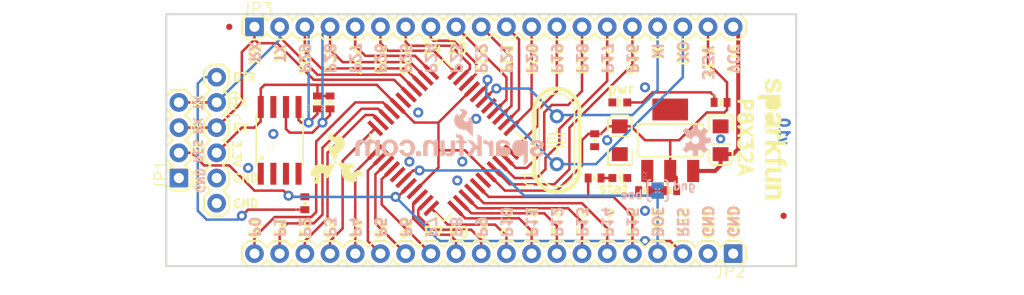
<source format=kicad_pcb>
(kicad_pcb (version 20211014) (generator pcbnew)
  (layers (0 "F.Cu" signal) (31 "B.Cu" signal) (34 "B.Paste" user) (35 "F.Paste" user) (36 "B.SilkS" user "B.Silkscreen") (37 "F.SilkS" user "F.Silkscreen") (38 "B.Mask" user) (39 "F.Mask" user) (44 "Edge.Cuts" user))
  (net 0 "")
  (net 1 "GND")
  (net 2 "P0")
  (net 3 "P1")
  (net 4 "P2")
  (net 5 "P3")
  (net 6 "P4")
  (net 7 "P5")
  (net 8 "P6")
  (net 9 "P7")
  (net 10 "P8")
  (net 11 "P9")
  (net 12 "P10")
  (net 13 "P12")
  (net 14 "P13")
  (net 15 "P14")
  (net 16 "P15")
  (net 17 "SDA")
  (net 18 "SCL")
  (net 19 "P27")
  (net 20 "P26")
  (net 21 "P25")
  (net 22 "P24")
  (net 23 "P23")
  (net 24 "P22")
  (net 25 "P21")
  (net 26 "P20")
  (net 27 "P19")
  (net 28 "P18")
  (net 29 "P17")
  (net 30 "P16")
  (net 31 "XI")
  (net 32 "XO")
  (net 33 "BOE")
  (net 34 "RES")
  (net 35 "P11")
  (net 36 "TX")
  (net 37 "RX")
  (net 38 "3.3V")
  (net 39 "VCC")
  (net 40 "N$1")
  (net 41 "N$2")
  (net 42 "N$5")
  (net 43 "N$3")
  (footprint "boardEagle:MICRO-FIDUCIAL" (layer "F.Cu") (at 123.1011 93.5736)
    (fp_text reference "JP4" hide)
    (fp_text value "FIDUCIALUFIDUCIAL" hide)
  )
  (footprint "boardEagle:STAND-OFF" (layer "F.Cu") (at 119.2911 94.8436)
    (fp_text reference "JP13" hide)
    (fp_text value "STAND-OFF" hide)
  )
  (footprint "boardEagle:0402-RES" (layer "F.Cu") (at 167.5511 110.0836)
    (fp_text reference "R4")
    (fp_text value "240")
  )
  (footprint "boardEagle:CREATIVE_COMMONS" (layer "F.Cu") (at 120.310043 120.2436)
    (fp_text reference "FRAME1" hide)
    (fp_text value "FRAME-LETTER" hide)
  )
  (footprint "boardEagle:0402-CAP" (layer "F.Cu") (at 130.7211 111.3536 90)
    (fp_text reference "C4")
    (fp_text value "0.1uF")
  )
  (footprint "boardEagle:LED-0603" (layer "F.Cu") (at 162.4711 108.8136 -90)
    (fp_text reference "LED2")
    (fp_text value "yellow")
  )
  (footprint "boardEagle:0402-RES" (layer "F.Cu") (at 172.6311 101.1936)
    (fp_text reference "R1")
    (fp_text value "330")
  )
  (footprint "boardEagle:0402-CAP" (layer "F.Cu") (at 159.9311 105.0036 -90)
    (fp_text reference "C1")
    (fp_text value "0.1uF")
  )
  (footprint "boardEagle:SFE-LOGO-FLAME" (layer "F.Cu") (at 133.823481 107.238557 -95)
    (fp_text reference "JP8" hide)
    (fp_text value "LOGO-SFESK" hide)
  )
  (footprint "boardEagle:STAND-OFF" (layer "F.Cu") (at 119.2911 115.1636)
    (fp_text reference "JP12" hide)
    (fp_text value "STAND-OFF" hide)
  )
  (footprint "boardEagle:1X04" (layer "F.Cu") (at 118.0211 108.8136 90)
    (fp_text reference "JP1")
    (fp_text value "PropPlug")
  )
  (footprint "boardEagle:STAND-OFF" (layer "F.Cu") (at 177.7111 115.1636)
    (fp_text reference "JP11" hide)
    (fp_text value "STAND-OFF" hide)
  )
  (footprint "boardEagle:HC49U-V" (layer "F.Cu") (at 156.1211 105.0036 90)
    (fp_text reference "Y1")
    (fp_text value "")
  )
  (footprint "boardEagle:P8X32A-Q44" (layer "F.Cu") (at 144.6911 105.0036 45)
    (fp_text reference "U1")
    (fp_text value "")
  )
  (footprint "boardEagle:1X20" (layer "F.Cu") (at 173.9011 116.4336 180)
    (fp_text reference "JP2")
    (fp_text value "M20")
  )
  (footprint "boardEagle:MICRO-FIDUCIAL" (layer "F.Cu") (at 178.9811 112.6236)
    (fp_text reference "JP15" hide)
    (fp_text value "FIDUCIALUFIDUCIAL" hide)
  )
  (footprint "boardEagle:SFE-LOGO-FLAME" (layer "F.Cu") (at 133.823481 107.238557 30)
    (fp_text reference "JP7" hide)
    (fp_text value "LOGO-SFESK" hide)
  )
  (footprint "boardEagle:0402-RES" (layer "F.Cu") (at 165.0111 110.0836)
    (fp_text reference "R5")
    (fp_text value "390")
  )
  (footprint "boardEagle:0402-RES" (layer "F.Cu") (at 131.9911 101.1936 90)
    (fp_text reference "R3")
    (fp_text value "10k")
  )
  (footprint "boardEagle:FTDI_BASIC" (layer "F.Cu") (at 121.8311 98.6536 -90)
    (fp_text reference "JP9")
    (fp_text value "FTDI_BASICPTH")
  )
  (footprint "boardEagle:SO08-EIAJ" (layer "F.Cu") (at 128.1811 105.0036)
    (fp_text reference "U3")
    (fp_text value "EEPROM-I2CEIAJ")
  )
  (footprint "boardEagle:0402-RES" (layer "F.Cu") (at 159.9311 108.8136 180)
    (fp_text reference "R2")
    (fp_text value "330")
  )
  (footprint "boardEagle:STAND-OFF" (layer "F.Cu") (at 177.7111 94.8436)
    (fp_text reference "JP10" hide)
    (fp_text value "STAND-OFF" hide)
  )
  (footprint "boardEagle:EIA3216" (layer "F.Cu") (at 162.4711 105.0036 90)
    (fp_text reference "C2")
    (fp_text value "10uF")
  )
  (footprint "boardEagle:1X20" (layer "F.Cu") (at 125.6411 93.5736)
    (fp_text reference "JP3")
    (fp_text value "M20")
  )
  (footprint "boardEagle:LED-0603" (layer "F.Cu") (at 162.4711 101.1936 90)
    (fp_text reference "LED1")
    (fp_text value "red")
  )
  (footprint "boardEagle:SFE-NEW-WEB" (layer "F.Cu") (at 176.1871 98.7806 -90)
    (fp_text reference "JP14" hide)
    (fp_text value "LOGO-SFENW2" hide)
  )
  (footprint "boardEagle:SFE-LOGO-FLAME" (layer "F.Cu") (at 133.823481 107.238557 155)
    (fp_text reference "JP6" hide)
    (fp_text value "LOGO-SFESK" hide)
  )
  (footprint "boardEagle:EIA3216" (layer "F.Cu") (at 172.6311 105.0036 -90)
    (fp_text reference "C3")
    (fp_text value "10uF")
  )
  (footprint "boardEagle:0402-RES" (layer "F.Cu") (at 133.2611 101.1936 90)
    (fp_text reference "R6")
    (fp_text value "10k")
  )
  (footprint "boardEagle:SOT223" (layer "F.Cu") (at 167.5511 105.0036)
    (fp_text reference "U4")
    (fp_text value "V_REG_317SMD")
  )
  (footprint "boardEagle:SFE-NEW-WEBLOGO" (layer "B.Cu") (at 154.8511 107.5436 180)
    (fp_text reference "JP5" hide)
    (fp_text value "LOGO-SFENEW" hide)
  )
  (footprint "boardEagle:OSHW-LOGO-S" (layer "B.Cu") (at 170.0911 105.0036 90)
    (fp_text reference "U$1" hide)
    (fp_text value "OSHW-LOGOS" hide)
  )
  (footprint "boardEagle:SJ_2S-TRACE" (layer "B.Cu") (at 166.2811 110.0836 -90)
    (fp_text reference "SJ1")
    (fp_text value "SOLDERJUMPERTRACE")
  )
  (gr_line (start 180.2511 92.3036) (end 116.7511 92.3036) (layer "Edge.Cuts") (width 0.2032))
  (gr_line (start 116.7511 92.3036) (end 116.7511 117.7036) (layer "Edge.Cuts") (width 0.2032))
  (gr_line (start 180.2511 117.7036) (end 180.2511 92.3036) (layer "Edge.Cuts") (width 0.2032))
  (gr_line (start 116.7511 117.7036) (end 180.2511 117.7036) (layer "Edge.Cuts") (width 0.2032))
  (gr_text "v10" (at 179.6161 102.5906 -90) (layer "B.Cu") (effects (font (size 1.016 1.016) (thickness 0.254)) (justify right top mirror)))
  (gr_text "P9" (at 147.8661 114.9096 -90) (layer "B.SilkS") (effects (font (size 1.0414 1.0414) (thickness 0.2286)) (justify left bottom mirror)))
  (gr_text "P12" (at 155.4861 114.9096 -90) (layer "B.SilkS") (effects (font (size 1.0414 1.0414) (thickness 0.2286)) (justify left bottom mirror)))
  (gr_text "P19" (at 155.4861 98.3996 -90) (layer "B.SilkS") (effects (font (size 1.0414 1.0414) (thickness 0.2286)) (justify left bottom mirror)))
  (gr_text "VCC" (at 173.2661 98.3996 -90) (layer "B.SilkS") (effects (font (size 1.0414 1.0414) (thickness 0.2286)) (justify left bottom mirror)))
  (gr_text "P20" (at 152.9461 98.3996 -90) (layer "B.SilkS") (effects (font (size 1.0414 1.0414) (thickness 0.2286)) (justify left bottom mirror)))
  (gr_text "P11" (at 152.9461 114.9096 -90) (layer "B.SilkS") (effects (font (size 1.0414 1.0414) (thickness 0.2286)) (justify left bottom mirror)))
  (gr_text "P23" (at 145.3261 98.3996 -90) (layer "B.SilkS") (effects (font (size 1.0414 1.0414) (thickness 0.2286)) (justify left bottom mirror)))
  (gr_text "P26" (at 137.7061 98.3996 -90) (layer "B.SilkS") (effects (font (size 1.0414 1.0414) (thickness 0.2286)) (justify left bottom mirror)))
  (gr_text "GND" (at 119.6721 110.4646 -90) (layer "B.SilkS") (effects (font (size 0.83312 0.83312) (thickness 0.18288)) (justify left bottom mirror)))
  (gr_text "TX" (at 127.5461 97.2566 -90) (layer "B.SilkS") (effects (font (size 1.0414 1.0414) (thickness 0.2286)) (justify left bottom mirror)))
  (gr_text "P24" (at 142.7861 98.3996 -90) (layer "B.SilkS") (effects (font (size 1.0414 1.0414) (thickness 0.2286)) (justify left bottom mirror)))
  (gr_text "XO" (at 168.1861 97.2566 -90) (layer "B.SilkS") (effects (font (size 1.0414 1.0414) (thickness 0.2286)) (justify left bottom mirror)))
  (gr_text "TX" (at 119.4181 102.0826 -90) (layer "B.SilkS") (effects (font (size 0.83312 0.83312) (thickness 0.18288)) (justify left bottom mirror)))
  (gr_text "RX" (at 125.0061 97.2566 -90) (layer "B.SilkS") (effects (font (size 1.0414 1.0414) (thickness 0.2286)) (justify left bottom mirror)))
  (gr_text "P4" (at 135.1661 114.9096 -90) (layer "B.SilkS") (effects (font (size 1.0414 1.0414) (thickness 0.2286)) (justify left bottom mirror)))
  (gr_text "P5" (at 137.7061 114.9096 -90) (layer "B.SilkS") (effects (font (size 1.0414 1.0414) (thickness 0.2286)) (justify left bottom mirror)))
  (gr_text "RES" (at 168.1861 114.9096 -90) (layer "B.SilkS") (effects (font (size 1.0414 1.0414) (thickness 0.2286)) (justify left bottom mirror)))
  (gr_text "P0" (at 125.0061 114.9096 -90) (layer "B.SilkS") (effects (font (size 1.0414 1.0414) (thickness 0.2286)) (justify left bottom mirror)))
  (gr_text "RX" (at 119.4181 104.4956 -90) (layer "B.SilkS") (effects (font (size 0.83312 0.83312) (thickness 0.18288)) (justify left bottom mirror)))
  (gr_text "P2" (at 130.0861 114.9096 -90) (layer "B.SilkS") (effects (font (size 1.0414 1.0414) (thickness 0.2286)) (justify left bottom mirror)))
  (gr_text "gnd" (at 170.2181 110.0836) (layer "B.SilkS") (effects (font (size 0.83312 0.83312) (thickness 0.18288)) (justify left bottom mirror)))
  (gr_text "P1" (at 127.5461 114.9096 -90) (layer "B.SilkS") (effects (font (size 1.0414 1.0414) (thickness 0.2286)) (justify left bottom mirror)))
  (gr_text "RES" (at 119.4181 107.4166 -90) (layer "B.SilkS") (effects (font (size 0.83312 0.83312) (thickness 0.18288)) (justify left bottom mirror)))
  (gr_text "P14" (at 160.5661 114.9096 -90) (layer "B.SilkS") (effects (font (size 1.0414 1.0414) (thickness 0.2286)) (justify left bottom mirror)))
  (gr_text "P18" (at 158.0261 98.3996 -90) (layer "B.SilkS") (effects (font (size 1.0414 1.0414) (thickness 0.2286)) (justify left bottom mirror)))
  (gr_text "BOE" (at 165.6461 114.9096 -90) (layer "B.SilkS") (effects (font (size 1.0414 1.0414) (thickness 0.2286)) (justify left bottom mirror)))
  (gr_text "P3" (at 132.6261 114.9096 -90) (layer "B.SilkS") (effects (font (size 1.0414 1.0414) (thickness 0.2286)) (justify left bottom mirror)))
  (gr_text "3.3V" (at 170.7261 99.0346 -90) (layer "B.SilkS") (effects (font (size 1.0414 1.0414) (thickness 0.2286)) (justify left bottom mirror)))
  (gr_text "GND" (at 170.7261 114.9096 -90) (layer "B.SilkS") (effects (font (size 1.0414 1.0414) (thickness 0.2286)) (justify left bottom mirror)))
  (gr_text "GND" (at 173.2661 114.9096 -90) (layer "B.SilkS") (effects (font (size 1.0414 1.0414) (thickness 0.2286)) (justify left bottom mirror)))
  (gr_text "P17" (at 160.5661 98.3996 -90) (layer "B.SilkS") (effects (font (size 1.0414 1.0414) (thickness 0.2286)) (justify left bottom mirror)))
  (gr_text "boe" (at 164.8841 110.9726) (layer "B.SilkS") (effects (font (size 0.83312 0.83312) (thickness 0.18288)) (justify left bottom mirror)))
  (gr_text "P10" (at 150.4061 114.9096 -90) (layer "B.SilkS") (effects (font (size 1.0414 1.0414) (thickness 0.2286)) (justify left bottom mirror)))
  (gr_text "P8" (at 145.3261 114.9096 -90) (layer "B.SilkS") (effects (font (size 1.0414 1.0414) (thickness 0.2286)) (justify left bottom mirror)))
  (gr_text "P22" (at 147.8661 98.3996 -90) (layer "B.SilkS") (effects (font (size 1.0414 1.0414) (thickness 0.2286)) (justify left bottom mirror)))
  (gr_text "P28" (at 132.6261 98.3996 -90) (layer "B.SilkS") (effects (font (size 1.0414 1.0414) (thickness 0.2286)) (justify left bottom mirror)))
  (gr_text "P21" (at 150.4061 98.3996 -90) (layer "B.SilkS") (effects (font (size 1.0414 1.0414) (thickness 0.2286)) (justify left bottom mirror)))
  (gr_text "P6" (at 140.2461 114.9096 -90) (layer "B.SilkS") (effects (font (size 1.0414 1.0414) (thickness 0.2286)) (justify left bottom mirror)))
  (gr_text "P13" (at 158.0261 114.9096 -90) (layer "B.SilkS") (effects (font (size 1.0414 1.0414) (thickness 0.2286)) (justify left bottom mirror)))
  (gr_text "P15" (at 163.1061 114.9096 -90) (layer "B.SilkS") (effects (font (size 1.0414 1.0414) (thickness 0.2286)) (justify left bottom mirror)))
  (gr_text "P16" (at 163.1061 98.3996 -90) (layer "B.SilkS") (effects (font (size 1.0414 1.0414) (thickness 0.2286)) (justify left bottom mirror)))
  (gr_text "P27" (at 135.1661 98.3996 -90) (layer "B.SilkS") (effects (font (size 1.0414 1.0414) (thickness 0.2286)) (justify left bottom mirror)))
  (gr_text "XI" (at 165.6461 96.8756 -90) (layer "B.SilkS") (effects (font (size 1.0414 1.0414) (thickness 0.2286)) (justify left bottom mirror)))
  (gr_text "P29" (at 130.0861 98.3996 -90) (layer "B.SilkS") (effects (font (size 1.0414 1.0414) (thickness 0.2286)) (justify left bottom mirror)))
  (gr_text "P7" (at 142.7861 114.9096 -90) (layer "B.SilkS") (effects (font (size 1.0414 1.0414) (thickness 0.2286)) (justify left bottom mirror)))
  (gr_text "P25" (at 140.2461 98.3996 -90) (layer "B.SilkS") (effects (font (size 1.0414 1.0414) (thickness 0.2286)) (justify left bottom mirror)))
  (gr_text "GND" (at 123.3551 111.8616) (layer "F.SilkS") (effects (font (size 0.83312 0.83312) (thickness 0.18288)) (justify left bottom)))
  (gr_text "P17" (at 160.5661 95.2246 270) (layer "F.SilkS") (effects (font (size 1.0414 1.0414) (thickness 0.2286)) (justify left bottom)))
  (gr_text "DTR" (at 123.3551 99.1616) (layer "F.SilkS") (effects (font (size 0.83312 0.83312) (thickness 0.18288)) (justify left bottom)))
  (gr_text "P12" (at 155.4861 111.6076 270) (layer "F.SilkS") (effects (font (size 1.0414 1.0414) (thickness 0.2286)) (justify left bottom)))
  (gr_text "23" (at 144.9451 96.3676) (layer "F.SilkS") (effects (font (size 1.0414 1.0414) (thickness 0.2286)) (justify left bottom)))
  (gr_text "XO" (at 168.1861 95.2246 270) (layer "F.SilkS") (effects (font (size 1.0414 1.0414) (thickness 0.2286)) (justify left bottom)))
  (gr_text "P20" (at 152.9461 95.2246 270) (layer "F.SilkS") (effects (font (size 1.0414 1.0414) (thickness 0.2286)) (justify left bottom)))
  (gr_text "3.3V" (at 170.7261 95.2246 270) (layer "F.SilkS") (effects (font (size 1.0414 1.0414) (thickness 0.2286)) (justify left bottom)))
  (gr_text "GND" (at 170.7261 111.6076 270) (layer "F.SilkS") (effects (font (size 1.0414 1.0414) (thickness 0.2286)) (justify left bottom)))
  (gr_text "P2" (at 130.0861 112.7506 270) (layer "F.SilkS") (effects (font (size 1.0414 1.0414) (thickness 0.2286)) (justify left bottom)))
  (gr_text "P10" (at 150.4061 111.6076 270) (layer "F.SilkS") (effects (font (size 1.0414 1.0414) (thickness 0.2286)) (justify left bottom)))
  (gr_text "GND" (at 173.2661 111.6076 270) (layer "F.SilkS") (effects (font (size 1.0414 1.0414) (thickness 0.2286)) (justify left bottom)))
  (gr_text "P26" (at 137.7061 95.2246 270) (layer "F.SilkS") (effects (font (size 1.0414 1.0414) (thickness 0.2286)) (justify left bottom)))
  (gr_text "P13" (at 158.0261 111.6076 270) (layer "F.SilkS") (effects (font (size 1.0414 1.0414) (thickness 0.2286)) (justify left bottom)))
  (gr_text "P21" (at 150.4061 95.2246 270) (layer "F.SilkS") (effects (font (size 1.0414 1.0414) (thickness 0.2286)) (justify left bottom)))
  (gr_text "P22" (at 147.8661 95.2246 270) (layer "F.SilkS") (effects (font (size 1.0414 1.0414) (thickness 0.2286)) (justify left bottom)))
  (gr_text "P15" (at 163.1061 111.6076 270) (layer "F.SilkS") (effects (font (size 1.0414 1.0414) (thickness 0.2286)) (justify left bottom)))
  (gr_text "pwr" (at 161.0741 100.4316) (layer "F.SilkS") (effects (font (size 1.0414 1.0414) (thickness 0.2286)) (justify left bottom)))
  (gr_text "XI" (at 165.6461 95.2246 270) (layer "F.SilkS") (effects (font (size 1.0414 1.0414) (thickness 0.2286)) (justify left bottom)))
  (gr_text "stat" (at 160.1851 110.4646) (layer "F.SilkS") (effects (font (size 1.0414 1.0414) (thickness 0.2286)) (justify left bottom)))
  (gr_text "GND" (at 119.4181 107.7976 270) (layer "F.SilkS") (effects (font (size 0.72898 0.72898) (thickness 0.16002)) (justify left bottom)))
  (gr_text "P25" (at 140.2461 95.2246 270) (layer "F.SilkS") (effects (font (size 1.0414 1.0414) (thickness 0.2286)) (justify left bottom)))
  (gr_text "P9" (at 147.8661 112.7506 270) (layer "F.SilkS") (effects (font (size 1.0414 1.0414) (thickness 0.2286)) (justify left bottom)))
  (gr_text "P0" (at 125.0061 112.7506 270) (layer "F.SilkS") (effects (font (size 1.0414 1.0414) (thickness 0.2286)) (justify left bottom)))
  (gr_text "RX" (at 119.4181 102.9716 270) (layer "F.SilkS") (effects (font (size 0.72898 0.72898) (thickness 0.16002)) (justify left bottom)))
  (gr_text "SDA" (at 130.0861 95.2246 270) (layer "F.SilkS") (effects (font (size 1.0414 1.0414) (thickness 0.2286)) (justify left bottom)))
  (gr_text "P3" (at 132.6261 112.7506 270) (layer "F.SilkS") (effects (font (size 1.0414 1.0414) (thickness 0.2286)) (justify left bottom)))
  (gr_text "P8" (at 145.0721 114.9096) (layer "F.SilkS") (effects (font (size 1.0414 1.0414) (thickness 0.2286)) (justify left bottom)))
  (gr_text "RX" (at 123.3551 104.2416) (layer "F.SilkS") (effects (font (size 0.83312 0.83312) (thickness 0.18288)) (justify left bottom)))
  (gr_text "P7" (at 142.5321 114.9096) (layer "F.SilkS") (effects (font (size 1.0414 1.0414) (thickness 0.2286)) (justify left bottom)))
  (gr_text "P19" (at 155.4861 95.2246 270) (layer "F.SilkS") (effects (font (size 1.0414 1.0414) (thickness 0.2286)) (justify left bottom)))
  (gr_text "P6" (at 140.2461 112.7506 270) (layer "F.SilkS") (effects (font (size 1.0414 1.0414) (thickness 0.2286)) (justify left bottom)))
  (gr_text "RX" (at 125.0061 95.2246 270) (layer "F.SilkS") (effects (font (size 1.0414 1.0414) (thickness 0.2286)) (justify left bottom)))
  (gr_text "RES" (at 168.1861 111.6076 270) (layer "F.SilkS") (effects (font (size 1.0414 1.0414) (thickness 0.2286)) (justify left bottom)))
  (gr_text "P11" (at 152.9461 111.6076 270) (layer "F.SilkS") (effects (font (size 1.0414 1.0414) (thickness 0.2286)) (justify left bottom)))
  (gr_text "P14" (at 160.5661 111.6076 270) (layer "F.SilkS") (effects (font (size 1.0414 1.0414) (thickness 0.2286)) (justify left bottom)))
  (gr_text "BOE" (at 165.6461 111.6076 270) (layer "F.SilkS") (effects (font (size 1.0414 1.0414) (thickness 0.2286)) (justify left bottom)))
  (gr_text "24" (at 142.4051 96.3676) (layer "F.SilkS") (effects (font (size 1.0414 1.0414) (thickness 0.2286)) (justify left bottom)))
  (gr_text "TX" (at 123.3551 101.7016) (layer "F.SilkS") (effects (font (size 0.83312 0.83312) (thickness 0.18288)) (justify left bottom)))
  (gr_text "P16" (at 163.1061 95.2246 270) (layer "F.SilkS") (effects (font (size 1.0414 1.0414) (thickness 0.2286)) (justify left bottom)))
  (gr_text "P1" (at 127.5461 112.7506 270) (layer "F.SilkS") (effects (font (size 1.0414 1.0414) (thickness 0.2286)) (justify left bottom)))
  (gr_text "3.3V" (at 123.3551 104.8766 270) (layer "F.SilkS") (effects (font (size 0.83312 0.83312) (thickness 0.18288)) (justify left bottom)))
  (gr_text "RES" (at 119.4181 105.0036 270) (layer "F.SilkS") (effects (font (size 0.72898 0.72898) (thickness 0.16002)) (justify left bottom)))
  (gr_text "P5" (at 137.7061 112.7506 270) (layer "F.SilkS") (effects (font (size 1.0414 1.0414) (thickness 0.2286)) (justify left bottom)))
  (gr_text "GND" (at 123.3551 109.3216) (layer "F.SilkS") (effects (font (size 0.83312 0.83312) (thickness 0.18288)) (justify left bottom)))
  (gr_text "TX" (at 119.4181 100.3046 270) (layer "F.SilkS") (effects (font (size 0.72898 0.72898) (thickness 0.16002)) (justify left bottom)))
  (gr_text "P18" (at 158.0261 95.2246 270) (layer "F.SilkS") (effects (font (size 1.0414 1.0414) (thickness 0.2286)) (justify left bottom)))
  (gr_text "VCC" (at 173.2661 95.2246 270) (layer "F.SilkS") (effects (font (size 1.0414 1.0414) (thickness 0.2286)) (justify left bottom)))
  (gr_text "TX" (at 127.5461 95.2246 270) (layer "F.SilkS") (effects (font (size 1.0414 1.0414) (thickness 0.2286)) (justify left bottom)))
  (gr_text "P8X32A" (at 174.2821 100.5586 270) (layer "F.SilkS") (effects (font (size 1.374648 1.374648) (thickness 0.301752)) (justify left bottom)))
  (gr_text "P27" (at 135.1661 95.2246 270) (layer "F.SilkS") (effects (font (size 1.0414 1.0414) (thickness 0.2286)) (justify left bottom)))
  (gr_text "P4" (at 135.1661 112.7506 270) (layer "F.SilkS") (effects (font (size 1.0414 1.0414) (thickness 0.2286)) (justify left bottom)))
  (gr_text "SCL" (at 132.6261 95.2246 270) (layer "F.SilkS") (effects (font (size 1.0414 1.0414) (thickness 0.2286)) (justify left bottom)))
  (via (at 127.5461 104.3686) (size 1.016) (drill 0.508) (layers "F.Cu" "B.Cu") (net 1))
  (via (at 141.2621 107.1626) (size 1.016) (drill 0.508) (layers "F.Cu" "B.Cu") (net 1))
  (via (at 161.2011 105.0036) (size 1.016) (drill 0.508) (layers "F.Cu" "B.Cu") (net 1))
  (via (at 146.5961 107.1626) (size 1.016) (drill 0.508) (layers "F.Cu" "B.Cu") (net 1))
  (via (at 165.0111 112.1156) (size 1.016) (drill 0.508) (layers "F.Cu" "B.Cu") (net 1))
  (via (at 142.1511 102.2096) (size 1.016) (drill 0.508) (layers "F.Cu" "B.Cu") (net 1))
  (via (at 147.9931 102.8446) (size 1.016) (drill 0.508) (layers "F.Cu" "B.Cu") (net 1))
  (via (at 146.0881 109.0676) (size 1.016) (drill 0.508) (layers "F.Cu" "B.Cu") (net 1))
  (via (at 165.0111 99.6696) (size 1.016) (drill 0.508) (layers "F.Cu" "B.Cu") (net 1))
  (via (at 172.6311 104.8766) (size 0.9398) (drill 0.4318) (layers "F.Cu" "B.Cu") (net 1))
  (via (at 125.0061 107.7976) (size 1.016) (drill 0.508) (layers "F.Cu" "B.Cu") (net 1))
  (segment (start 135.8011 101.1936) (end 138.600678 101.1936) (width 0.254) (layer "F.Cu") (net 2))
  (segment (start 138.600678 101.1936) (end 139.51154 102.104463) (width 0.254) (layer "F.Cu") (net 2))
  (segment (start 127.6731 112.7506) (end 131.3561 112.7506) (width 0.254) (layer "F.Cu") (net 2))
  (segment (start 125.6411 114.7826) (end 127.6731 112.7506) (width 0.254) (layer "F.Cu") (net 2))
  (segment (start 131.8641 105.1306) (end 135.8011 101.1936) (width 0.254) (layer "F.Cu") (net 2))
  (segment (start 125.6411 116.4336) (end 125.6411 114.7826) (width 0.254) (layer "F.Cu") (net 2))
  (segment (start 131.8641 112.2426) (end 131.8641 105.1306) (width 0.254) (layer "F.Cu") (net 2))
  (segment (start 131.3561 112.7506) (end 131.8641 112.2426) (width 0.254) (layer "F.Cu") (net 2))
  (segment (start 132.4991 112.4966) (end 132.4991 105.7656) (width 0.254) (layer "F.Cu") (net 3))
  (segment (start 128.1811 114.1476) (end 128.9431 113.3856) (width 0.254) (layer "F.Cu") (net 3))
  (segment (start 136.4361 101.8286) (end 138.104306 101.8286) (width 0.254) (layer "F.Cu") (net 3))
  (segment (start 138.104306 101.8286) (end 138.945856 102.67015) (width 0.254) (layer "F.Cu") (net 3))
  (segment (start 131.6101 113.3856) (end 132.4991 112.4966) (width 0.254) (layer "F.Cu") (net 3))
  (segment (start 128.1811 116.4336) (end 128.1811 114.1476) (width 0.254) (layer "F.Cu") (net 3))
  (segment (start 128.9431 113.3856) (end 131.6101 113.3856) (width 0.254) (layer "F.Cu") (net 3))
  (segment (start 132.4991 105.7656) (end 136.4361 101.8286) (width 0.254) (layer "F.Cu") (net 3))
  (segment (start 133.0071 112.8776) (end 133.0071 106.2736) (width 0.254) (layer "F.Cu") (net 4))
  (segment (start 137.607937 102.4636) (end 138.380171 103.235835) (width 0.254) (layer "F.Cu") (net 4))
  (segment (start 130.7211 115.1636) (end 133.0071 112.8776) (width 0.254) (layer "F.Cu") (net 4))
  (segment (start 130.7211 116.4336) (end 130.7211 115.1636) (width 0.254) (layer "F.Cu") (net 4))
  (segment (start 136.8171 102.4636) (end 137.607937 102.4636) (width 0.254) (layer "F.Cu") (net 4))
  (segment (start 133.0071 106.2736) (end 136.8171 102.4636) (width 0.254) (layer "F.Cu") (net 4))
  (segment (start 133.2611 116.4336) (end 133.2611 115.1636) (width 0.254) (layer "F.Cu") (net 5))
  (segment (start 133.2611 115.1636) (end 134.5311 113.8936) (width 0.254) (layer "F.Cu") (net 5))
  (segment (start 134.5311 113.8936) (end 134.5311 107.084904) (width 0.254) (layer "F.Cu") (net 5))
  (segment (start 134.5311 107.084904) (end 137.814484 103.801519) (width 0.254) (layer "F.Cu") (net 5))
  (segment (start 135.8011 116.4336) (end 135.8011 108.219069) (width 0.254) (layer "F.Cu") (net 6))
  (segment (start 135.8011 108.219069) (end 137.814484 106.205685) (width 0.254) (layer "F.Cu") (net 6))
  (segment (start 137.0711 108.080441) (end 138.380171 106.771369) (width 0.254) (layer "F.Cu") (net 7))
  (segment (start 137.0711 115.1636) (end 137.0711 108.080441) (width 0.254) (layer "F.Cu") (net 7))
  (segment (start 138.3411 116.4336) (end 137.0711 115.1636) (width 0.254) (layer "F.Cu") (net 7))
  (segment (start 137.8331 108.44981) (end 138.945856 107.337054) (width 0.254) (layer "F.Cu") (net 8))
  (segment (start 140.8811 116.4336) (end 137.8331 113.3856) (width 0.254) (layer "F.Cu") (net 8))
  (segment (start 137.8331 113.3856) (end 137.8331 108.44981) (width 0.254) (layer "F.Cu") (net 8))
  (segment (start 138.4681 108.946182) (end 139.51154 107.902741) (width 0.254) (layer "F.Cu") (net 9))
  (segment (start 143.4211 116.4336) (end 138.4681 111.4806) (width 0.254) (layer "F.Cu") (net 9))
  (segment (start 138.4681 111.4806) (end 138.4681 108.946182) (width 0.254) (layer "F.Cu") (net 9))
  (segment (start 145.3261 114.5286) (end 143.2941 114.5286) (width 0.254) (layer "F.Cu") (net 10))
  (segment (start 143.2941 114.5286) (end 141.6431 112.8776) (width 0.254) (layer "F.Cu") (net 10))
  (segment (start 145.9611 115.1636) (end 145.3261 114.5286) (width 0.254) (layer "F.Cu") (net 10))
  (segment (start 141.6431 111.428035) (end 142.339968 110.731166) (width 0.254) (layer "F.Cu") (net 10))
  (segment (start 141.6431 112.8776) (end 141.6431 111.428035) (width 0.254) (layer "F.Cu") (net 10))
  (segment (start 145.9611 116.4336) (end 145.9611 115.1636) (width 0.254) (layer "F.Cu") (net 10))
  (segment (start 143.5481 114.0206) (end 142.1511 112.6236) (width 0.254) (layer "F.Cu") (net 11))
  (segment (start 142.1511 112.051407) (end 142.905653 111.296854) (width 0.254) (layer "F.Cu") (net 11))
  (segment (start 148.5011 115.0366) (end 147.4851 114.0206) (width 0.254) (layer "F.Cu") (net 11))
  (segment (start 148.5011 116.4336) (end 148.5011 115.0366) (width 0.254) (layer "F.Cu") (net 11))
  (segment (start 142.1511 112.6236) (end 142.1511 112.051407) (width 0.254) (layer "F.Cu") (net 11))
  (segment (start 147.4851 114.0206) (end 143.5481 114.0206) (width 0.254) (layer "F.Cu") (net 11))
  (segment (start 151.0411 116.4336) (end 151.0411 114.6556) (width 0.254) (layer "F.Cu") (net 12))
  (segment (start 151.0411 114.6556) (end 149.8981 113.5126) (width 0.254) (layer "F.Cu") (net 12))
  (segment (start 149.8981 113.5126) (end 145.121403 113.5126) (width 0.254) (layer "F.Cu") (net 12))
  (segment (start 145.121403 113.5126) (end 143.47134 111.862538) (width 0.254) (layer "F.Cu") (net 12))
  (segment (start 156.1211 113.6396) (end 154.8511 112.3696) (width 0.254) (layer "F.Cu") (net 13))
  (segment (start 156.1211 116.4336) (end 156.1211 113.6396) (width 0.254) (layer "F.Cu") (net 13))
  (segment (start 154.8511 112.3696) (end 147.513934 112.3696) (width 0.254) (layer "F.Cu") (net 13))
  (segment (start 147.513934 112.3696) (end 146.441187 111.296854) (width 0.254) (layer "F.Cu") (net 13))
  (segment (start 157.2641 111.8616) (end 148.137306 111.8616) (width 0.254) (layer "F.Cu") (net 14))
  (segment (start 158.6611 113.2586) (end 157.2641 111.8616) (width 0.254) (layer "F.Cu") (net 14))
  (segment (start 148.137306 111.8616) (end 147.006871 110.731166) (width 0.254) (layer "F.Cu") (net 14))
  (segment (start 158.6611 116.4336) (end 158.6611 113.2586) (width 0.254) (layer "F.Cu") (net 14))
  (segment (start 161.2011 116.4336) (end 161.2011 113.8936) (width 0.254) (layer "F.Cu") (net 15))
  (segment (start 158.6611 111.3536) (end 148.760678 111.3536) (width 0.254) (layer "F.Cu") (net 15))
  (segment (start 148.760678 111.3536) (end 147.572559 110.165482) (width 0.254) (layer "F.Cu") (net 15))
  (segment (start 161.2011 113.8936) (end 158.6611 111.3536) (width 0.254) (layer "F.Cu") (net 15))
  (segment (start 159.2811 110.6066) (end 159.1691 110.7186) (width 0.254) (layer "F.Cu") (net 16))
  (segment (start 159.1691 110.7186) (end 161.8061 110.7186) (width 0.254) (layer "F.Cu") (net 16))
  (segment (start 149.257046 110.7186) (end 148.138243 109.599797) (width 0.254) (layer "F.Cu") (net 16))
  (segment (start 159.1691 110.7186) (end 149.257046 110.7186) (width 0.254) (layer "F.Cu") (net 16))
  (segment (start 163.7411 112.6236) (end 161.8211 110.7036) (width 0.254) (layer "F.Cu") (net 16))
  (segment (start 163.7411 116.4336) (end 163.7411 112.6236) (width 0.254) (layer "F.Cu") (net 16))
  (segment (start 159.2811 108.8136) (end 159.2811 110.6066) (width 0.254) (layer "F.Cu") (net 16))
  (segment (start 161.8061 110.7186) (end 161.8211 110.7036) (width 0.254) (layer "F.Cu") (net 16))
  (segment (start 130.7211 96.1136) (end 132.3721 97.7646) (width 0.254) (layer "F.Cu") (net 17))
  (segment (start 140.828531 97.7646) (end 142.339968 99.276038) (width 0.254) (layer "F.Cu") (net 17))
  (segment (start 131.9911 101.8436) (end 131.9911 102.3366) (width 0.254) (layer "F.Cu") (net 17))
  (segment (start 131.1021 103.2256) (end 131.9911 102.3366) (width 0.254) (layer "F.Cu") (net 17))
  (segment (start 131.1021 103.2256) (end 130.3401 103.2256) (width 0.254) (layer "F.Cu") (net 17))
  (segment (start 130.0861 102.9716) (end 130.0861 101.6508) (width 0.254) (layer "F.Cu") (net 17))
  (segment (start 130.7211 93.5736) (end 130.7211 96.1136) (width 0.254) (layer "F.Cu") (net 17))
  (segment (start 130.3401 103.2256) (end 130.0861 102.9716) (width 0.254) (layer "F.Cu") (net 17))
  (segment (start 132.3721 97.7646) (end 140.828531 97.7646) (width 0.254) (layer "F.Cu") (net 17))
  (via (at 131.1021 103.2256) (size 1.016) (drill 0.508) (layers "F.Cu" "B.Cu") (net 17))
  (segment (start 131.1021 93.9546) (end 130.7211 93.5736) (width 0.254) (layer "B.Cu") (net 17))
  (segment (start 131.1021 103.2256) (end 131.1021 93.9546) (width 0.254) (layer "B.Cu") (net 17))
  (segment (start 133.2611 101.8436) (end 133.2611 102.4636) (width 0.254) (layer "F.Cu") (net 18))
  (segment (start 134.5311 97.1296) (end 141.324903 97.1296) (width 0.254) (layer "F.Cu") (net 18))
  (segment (start 141.324903 97.1296) (end 142.905653 98.71035) (width 0.254) (layer "F.Cu") (net 18))
  (segment (start 128.8161 101.6508) (end 128.8161 103.8606) (width 0.254) (layer "F.Cu") (net 18))
  (segment (start 129.1971 104.2416) (end 131.4831 104.2416) (width 0.254) (layer "F.Cu") (net 18))
  (segment (start 131.4831 104.2416) (end 132.4991 103.2256) (width 0.254) (layer "F.Cu") (net 18))
  (segment (start 133.2611 95.8596) (end 134.5311 97.1296) (width 0.254) (layer "F.Cu") (net 18))
  (segment (start 133.2611 93.5736) (end 133.2611 95.8596) (width 0.254) (layer "F.Cu") (net 18))
  (segment (start 133.2611 102.4636) (end 132.4991 103.2256) (width 0.254) (layer "F.Cu") (net 18))
  (segment (start 128.8161 103.8606) (end 129.1971 104.2416) (width 0.254) (layer "F.Cu") (net 18))
  (via (at 132.4991 103.2256) (size 1.016) (drill 0.508) (layers "F.Cu" "B.Cu") (net 18))
  (segment (start 132.4991 103.2256) (end 132.4991 94.3356) (width 0.254) (layer "B.Cu") (net 18))
  (segment (start 132.4991 94.3356) (end 133.2611 93.5736) (width 0.254) (layer "B.Cu") (net 18))
  (segment (start 135.8011 93.5736) (end 135.8011 95.4786) (width 0.254) (layer "F.Cu") (net 19))
  (segment (start 141.821275 96.4946) (end 143.47134 98.144666) (width 0.254) (layer "F.Cu") (net 19))
  (segment (start 135.8011 95.4786) (end 136.8171 96.4946) (width 0.254) (layer "F.Cu") (net 19))
  (segment (start 136.8171 96.4946) (end 141.821275 96.4946) (width 0.254) (layer "F.Cu") (net 19))
  (segment (start 138.3411 95.2246) (end 139.1031 95.9866) (width 0.254) (layer "F.Cu") (net 20))
  (segment (start 139.1031 95.9866) (end 143.717437 95.9866) (width 0.254) (layer "F.Cu") (net 20))
  (segment (start 143.717437 95.9866) (end 145.875503 98.144666) (width 0.254) (layer "F.Cu") (net 20))
  (segment (start 138.3411 93.5736) (end 138.3411 95.2246) (width 0.254) (layer "F.Cu") (net 20))
  (segment (start 145.4531 95.4786) (end 147.3581 97.3836) (width 0.254) (layer "F.Cu") (net 21))
  (segment (start 141.2621 95.4786) (end 145.4531 95.4786) (width 0.254) (layer "F.Cu") (net 21))
  (segment (start 147.3581 97.793438) (end 146.441187 98.71035) (width 0.254) (layer "F.Cu") (net 21))
  (segment (start 147.3581 97.3836) (end 147.3581 97.793438) (width 0.254) (layer "F.Cu") (net 21))
  (segment (start 140.8811 93.5736) (end 140.8811 95.0976) (width 0.254) (layer "F.Cu") (net 21))
  (segment (start 140.8811 95.0976) (end 141.2621 95.4786) (width 0.254) (layer "F.Cu") (net 21))
  (segment (start 143.6751 94.9706) (end 145.7071 94.9706) (width 0.254) (layer "F.Cu") (net 22))
  (segment (start 143.4211 94.7166) (end 143.6751 94.9706) (width 0.254) (layer "F.Cu") (net 22))
  (segment (start 143.4211 93.5736) (end 143.4211 94.7166) (width 0.254) (layer "F.Cu") (net 22))
  (segment (start 147.9931 98.28981) (end 147.006871 99.276038) (width 0.254) (layer "F.Cu") (net 22))
  (segment (start 145.7071 94.9706) (end 147.9931 97.2566) (width 0.254) (layer "F.Cu") (net 22))
  (segment (start 147.9931 97.2566) (end 147.9931 98.28981) (width 0.254) (layer "F.Cu") (net 22))
  (segment (start 151.0411 98.6536) (end 151.0411 100.898663) (width 0.254) (layer "F.Cu") (net 23))
  (segment (start 151.0411 100.898663) (end 149.8353 102.104463) (width 0.254) (layer "F.Cu") (net 23))
  (segment (start 145.9611 93.5736) (end 151.0411 98.6536) (width 0.254) (layer "F.Cu") (net 23))
  (segment (start 148.5011 93.5736) (end 151.5491 96.6216) (width 0.254) (layer "F.Cu") (net 24))
  (segment (start 151.5491 101.522035) (end 150.400984 102.67015) (width 0.254) (layer "F.Cu") (net 24))
  (segment (start 151.5491 96.6216) (end 151.5491 101.522035) (width 0.254) (layer "F.Cu") (net 24))
  (segment (start 152.3111 101.891407) (end 150.966671 103.235835) (width 0.254) (layer "F.Cu") (net 25))
  (segment (start 152.3111 94.8436) (end 152.3111 101.891407) (width 0.254) (layer "F.Cu") (net 25))
  (segment (start 151.0411 93.5736) (end 152.3111 94.8436) (width 0.254) (layer "F.Cu") (net 25))
  (segment (start 153.5811 101.752775) (end 151.532356 103.801519) (width 0.254) (layer "F.Cu") (net 26))
  (segment (start 153.5811 93.5736) (end 153.5811 101.752775) (width 0.254) (layer "F.Cu") (net 26))
  (segment (start 154.2161 101.9556) (end 154.2161 103.521941) (width 0.254) (layer "F.Cu") (net 27))
  (segment (start 154.2161 103.521941) (end 151.532356 106.205685) (width 0.254) (layer "F.Cu") (net 27))
  (segment (start 156.1211 93.5736) (end 156.1211 100.0506) (width 0.254) (layer "F.Cu") (net 27))
  (segment (start 156.1211 100.0506) (end 154.2161 101.9556) (width 0.254) (layer "F.Cu") (net 27))
  (segment (start 158.6611 100.0506) (end 157.2641 101.4476) (width 0.254) (layer "F.Cu") (net 28))
  (segment (start 153.0731 107.7976) (end 151.992903 107.7976) (width 0.254) (layer "F.Cu") (net 28))
  (segment (start 155.6131 101.4476) (end 154.8511 102.2096) (width 0.254) (layer "F.Cu") (net 28))
  (segment (start 158.6611 93.5736) (end 158.6611 100.0506) (width 0.254) (layer "F.Cu") (net 28))
  (segment (start 157.2641 101.4476) (end 155.6131 101.4476) (width 0.254) (layer "F.Cu") (net 28))
  (segment (start 154.8511 106.0196) (end 153.0731 107.7976) (width 0.254) (layer "F.Cu") (net 28))
  (segment (start 154.8511 102.2096) (end 154.8511 106.0196) (width 0.254) (layer "F.Cu") (net 28))
  (segment (start 151.992903 107.7976) (end 150.966671 106.771369) (width 0.254) (layer "F.Cu") (net 28))
  (segment (start 154.9781 107.9246) (end 154.0891 108.8136) (width 0.254) (layer "F.Cu") (net 29))
  (segment (start 154.0891 108.8136) (end 151.877531 108.8136) (width 0.254) (layer "F.Cu") (net 29))
  (segment (start 161.2011 93.5736) (end 161.2011 99.0346) (width 0.254) (layer "F.Cu") (net 29))
  (segment (start 151.877531 108.8136) (end 150.400984 107.337054) (width 0.254) (layer "F.Cu") (net 29))
  (segment (start 156.3751 105.3846) (end 154.9781 106.7816) (width 0.254) (layer "F.Cu") (net 29))
  (segment (start 154.9781 106.7816) (end 154.9781 107.9246) (width 0.254) (layer "F.Cu") (net 29))
  (segment (start 161.2011 99.0346) (end 156.3751 103.8606) (width 0.254) (layer "F.Cu") (net 29))
  (segment (start 156.3751 103.8606) (end 156.3751 105.3846) (width 0.254) (layer "F.Cu") (net 29))
  (segment (start 157.3911 107.9246) (end 155.8671 109.4486) (width 0.254) (layer "F.Cu") (net 30))
  (segment (start 155.8671 109.4486) (end 151.381159 109.4486) (width 0.254) (layer "F.Cu") (net 30))
  (segment (start 151.381159 109.4486) (end 149.8353 107.902741) (width 0.254) (layer "F.Cu") (net 30))
  (segment (start 163.7411 97.3836) (end 157.3911 103.7336) (width 0.254) (layer "F.Cu") (net 30))
  (segment (start 163.7411 93.5736) (end 163.7411 97.3836) (width 0.254) (layer "F.Cu") (net 30))
  (segment (start 157.3911 103.7336) (end 157.3911 107.9246) (width 0.254) (layer "F.Cu") (net 30))
  (segment (start 149.880421 99.7966) (end 148.703928 100.973094) (width 0.254) (layer "F.Cu") (net 31))
  (segment (start 150.0251 99.7966) (end 149.880421 99.7966) (width 0.254) (layer "F.Cu") (net 31))
  (via (at 150.0251 99.7966) (size 1.016) (drill 0.508) (layers "F.Cu" "B.Cu") (net 31))
  (segment (start 163.7411 102.4636) (end 156.2481 102.4636) (width 0.254) (layer "B.Cu") (net 31))
  (segment (start 153.3271 99.7966) (end 156.1211 102.5906) (width 0.254) (layer "B.Cu") (net 31))
  (segment (start 156.2481 102.4636) (end 156.1211 102.5906) (width 0.254) (layer "B.Cu") (net 31))
  (segment (start 166.2811 93.5736) (end 166.2811 99.9236) (width 0.254) (layer "B.Cu") (net 31))
  (segment (start 166.2811 99.9236) (end 163.7411 102.4636) (width 0.254) (layer "B.Cu") (net 31))
  (segment (start 150.0251 99.7966) (end 153.3271 99.7966) (width 0.254) (layer "B.Cu") (net 31))
  (segment (start 149.1361 99.40955) (end 148.138243 100.407407) (width 0.254) (layer "F.Cu") (net 32))
  (segment (start 149.1361 98.9076) (end 149.1361 99.40955) (width 0.254) (layer "F.Cu") (net 32))
  (via (at 149.1361 98.9076) (size 1.016) (drill 0.508) (layers "F.Cu" "B.Cu") (net 32))
  (segment (start 149.0091 99.0346) (end 149.1361 98.9076) (width 0.254) (layer "B.Cu") (net 32))
  (segment (start 156.1211 107.4166) (end 155.9941 107.4166) (width 0.254) (layer "B.Cu") (net 32))
  (segment (start 149.0091 100.4316) (end 149.0091 99.0346) (width 0.254) (layer "B.Cu") (net 32))
  (segment (start 156.1211 107.4166) (end 160.0581 107.4166) (width 0.254) (layer "B.Cu") (net 32))
  (segment (start 168.8211 93.5736) (end 168.8211 98.6536) (width 0.254) (layer "B.Cu") (net 32))
  (segment (start 155.9941 107.4166) (end 149.0091 100.4316) (width 0.254) (layer "B.Cu") (net 32))
  (segment (start 168.8211 98.6536) (end 160.0581 107.4166) (width 0.254) (layer "B.Cu") (net 32))
  (segment (start 141.625421 108.0516) (end 140.642912 109.03411) (width 0.254) (layer "F.Cu") (net 33))
  (segment (start 142.2781 108.0516) (end 141.625421 108.0516) (width 0.254) (layer "F.Cu") (net 33))
  (via (at 142.2781 108.0516) (size 1.016) (drill 0.508) (layers "F.Cu" "B.Cu") (net 33))
  (segment (start 166.2811 110.5916) (end 152.8191 110.5916) (width 0.254) (layer "B.Cu") (net 33))
  (segment (start 142.2781 108.0516) (end 150.2791 108.0516) (width 0.254) (layer "B.Cu") (net 33))
  (segment (start 150.2791 108.0516) (end 152.8191 110.5916) (width 0.254) (layer "B.Cu") (net 33))
  (segment (start 166.2811 116.4336) (end 166.2811 110.5916) (width 0.254) (layer "B.Cu") (net 33))
  (segment (start 119.2911 106.2736) (end 120.5611 107.5436) (width 0.254) (layer "F.Cu") (net 34))
  (segment (start 123.1011 107.5436) (end 125.6411 110.0836) (width 0.254) (layer "F.Cu") (net 34))
  (segment (start 120.5611 107.5436) (end 123.1011 107.5436) (width 0.254) (layer "F.Cu") (net 34))
  (segment (start 139.8651 110.7186) (end 140.089793 110.7186) (width 0.254) (layer "F.Cu") (net 34))
  (segment (start 129.1821 110.7036) (end 129.0701 110.5916) (width 0.254) (layer "F.Cu") (net 34))
  (segment (start 118.0211 106.2736) (end 119.2911 106.2736) (width 0.254) (layer "F.Cu") (net 34))
  (segment (start 130.7211 110.7036) (end 129.1821 110.7036) (width 0.254) (layer "F.Cu") (net 34))
  (segment (start 140.089793 110.7186) (end 141.208596 109.599797) (width 0.254) (layer "F.Cu") (net 34))
  (segment (start 125.6411 110.0836) (end 128.5621 110.0836) (width 0.254) (layer "F.Cu") (net 34))
  (segment (start 168.8211 116.4336) (end 167.5511 115.1636) (width 0.254) (layer "F.Cu") (net 34))
  (segment (start 128.5621 110.0836) (end 129.0701 110.5916) (width 0.254) (layer "F.Cu") (net 34))
  (segment (start 167.5511 115.1636) (end 165.0111 115.1636) (width 0.254) (layer "F.Cu") (net 34))
  (via (at 139.8651 110.7186) (size 1.016) (drill 0.508) (layers "F.Cu" "B.Cu") (net 34))
  (via (at 165.0111 115.1636) (size 1.016) (drill 0.508) (layers "F.Cu" "B.Cu") (net 34))
  (via (at 129.0701 110.5916) (size 1.016) (drill 0.508) (layers "F.Cu" "B.Cu") (net 34))
  (segment (start 139.8651 110.7186) (end 129.1971 110.7186) (width 0.254) (layer "B.Cu") (net 34))
  (segment (start 144.3101 115.1636) (end 139.8651 110.7186) (width 0.254) (layer "B.Cu") (net 34))
  (segment (start 129.1971 110.7186) (end 129.0701 110.5916) (width 0.254) (layer "B.Cu") (net 34))
  (segment (start 165.0111 115.1636) (end 144.3101 115.1636) (width 0.254) (layer "B.Cu") (net 34))
  (segment (start 146.890565 112.8776) (end 145.875503 111.862538) (width 0.254) (layer "F.Cu") (net 35))
  (segment (start 153.5811 114.1476) (end 152.3111 112.8776) (width 0.254) (layer "F.Cu") (net 35))
  (segment (start 153.5811 116.4336) (end 153.5811 114.1476) (width 0.254) (layer "F.Cu") (net 35))
  (segment (start 152.3111 112.8776) (end 146.890565 112.8776) (width 0.254) (layer "F.Cu") (net 35))
  (segment (start 140.332162 98.3996) (end 141.774284 99.841722) (width 0.254) (layer "F.Cu") (net 36))
  (segment (start 131.9911 98.3996) (end 140.332162 98.3996) (width 0.254) (layer "F.Cu") (net 36))
  (segment (start 128.1811 93.5736) (end 128.1811 94.5896) (width 0.254) (layer "F.Cu") (net 36))
  (segment (start 128.1811 94.5896) (end 131.9911 98.3996) (width 0.254) (layer "F.Cu") (net 36))
  (segment (start 121.8311 101.1936) (end 118.0211 101.1936) (width 0.254) (layer "F.Cu") (net 36))
  (segment (start 121.8311 101.1936) (end 128.1811 94.8436) (width 0.254) (layer "B.Cu") (net 36))
  (segment (start 128.1811 94.8436) (end 128.1811 93.5736) (width 0.254) (layer "B.Cu") (net 36))
  (segment (start 126.0221 95.2246) (end 125.6411 94.8436) (width 0.254) (layer "F.Cu") (net 37))
  (segment (start 139.70879 98.9076) (end 141.208596 100.407407) (width 0.254) (layer "F.Cu") (net 37))
  (segment (start 124.3711 101.1936) (end 124.3711 96.1136) (width 0.254) (layer "F.Cu") (net 37))
  (segment (start 125.6411 94.8436) (end 125.6411 93.5736) (width 0.254) (layer "F.Cu") (net 37))
  (segment (start 124.3711 96.1136) (end 125.6411 94.8436) (width 0.254) (layer "F.Cu") (net 37))
  (segment (start 121.8311 103.7336) (end 124.3711 101.1936) (width 0.254) (layer "F.Cu") (net 37))
  (segment (start 127.9271 95.2246) (end 126.0221 95.2246) (width 0.254) (layer "F.Cu") (net 37))
  (segment (start 121.8311 103.7336) (end 118.0211 103.7336) (width 0.254) (layer "F.Cu") (net 37))
  (segment (start 131.6101 98.9076) (end 127.9271 95.2246) (width 0.254) (layer "F.Cu") (net 37))
  (segment (start 131.6101 98.9076) (end 139.70879 98.9076) (width 0.254) (layer "F.Cu") (net 37))
  (segment (start 131.9911 100.5436) (end 131.9911 99.4156) (width 0.254) (layer "F.Cu") (net 38))
  (segment (start 163.6111 103.6036) (end 165.0111 105.0036) (width 0.254) (layer "F.Cu") (net 38))
  (segment (start 140.077228 101.532729) (end 137.9601 99.4156) (width 0.254) (layer "F.Cu") (net 38))
  (segment (start 149.269615 108.439116) (end 146.8501 106.0196) (width 0.254) (layer "F.Cu") (net 38))
  (segment (start 173.2811 101.1936) (end 173.2811 99.1766) (width 0.254) (layer "F.Cu") (net 38))
  (segment (start 144.188681 103.2256) (end 147.572559 99.841722) (width 0.254) (layer "F.Cu") (net 38))
  (segment (start 150.88479 110.0836) (end 149.269615 108.468425) (width 0.254) (layer "F.Cu") (net 38))
  (segment (start 149.269615 108.468425) (end 149.269615 108.439116) (width 0.254) (layer "F.Cu") (net 38))
  (segment (start 168.2011 108.7524) (end 167.5511 108.1024) (width 0.254) (layer "F.Cu") (net 38))
  (segment (start 133.2611 100.5436) (end 131.9911 100.5436) (width 0.254) (layer "F.Cu") (net 38))
  (segment (start 140.083278 101.538779) (end 141.7701 103.2256) (width 0.254) (layer "F.Cu") (net 38))
  (segment (start 159.3111 104.3536) (end 158.6611 105.0036) (width 0.254) (layer "F.Cu") (net 38))
  (segment (start 171.3611 93.5736) (end 171.3611 97.2566) (width 0.254) (layer "F.Cu") (net 38))
  (segment (start 126.2611 101.6358) (end 126.2611 103.1136) (width 0.254) (layer "F.Cu") (net 38))
  (segment (start 144.188681 106.0196) (end 144.188681 107.751085) (width 0.254) (layer "F.Cu") (net 38))
  (segment (start 171.2341 102.2096) (end 173.0121 102.2096) (width 0.254) (layer "F.Cu") (net 38))
  (segment (start 171.3611 97.2566) (end 173.2811 99.1766) (width 0.254) (layer "F.Cu") (net 38))
  (segment (start 126.2611 103.1136) (end 125.6411 103.7336) (width 0.254) (layer "F.Cu") (net 38))
  (segment (start 173.0121 102.2096) (end 173.2811 101.9406) (width 0.254) (layer "F.Cu") (net 38))
  (segment (start 167.5511 105.0036) (end 165.0111 105.0036) (width 0.254) (layer "F.Cu") (net 38))
  (segment (start 159.9311 104.3536) (end 160.5811 104.3536) (width 0.254) (layer "F.Cu") (net 38))
  (segment (start 140.077228 101.538779) (end 140.083278 101.538779) (width 0.254) (layer "F.Cu") (net 38))
  (segment (start 173.2811 101.1936) (end 173.2811 101.9406) (width 0.254) (layer "F.Cu") (net 38))
  (segment (start 159.9311 104.3536) (end 159.3111 104.3536) (width 0.254) (layer "F.Cu") (net 38))
  (segment (start 126.2611 101.6358) (end 126.2761 101.6508) (width 0.254) (layer "F.Cu") (net 38))
  (segment (start 131.9911 99.4156) (end 126.6571 99.4156) (width 0.254) (layer "F.Cu") (net 38))
  (segment (start 158.6611 105.0036) (end 158.6611 107.5436) (width 0.254) (layer "F.Cu") (net 38))
  (segment (start 162.4711 103.6036) (end 161.3311 103.6036) (width 0.254) (layer "F.Cu") (net 38))
  (segment (start 144.188681 107.751085) (end 141.774284 110.165482) (width 0.254) (layer "F.Cu") (net 38))
  (segment (start 160.5811 104.3536) (end 161.3311 103.6036) (width 0.254) (layer "F.Cu") (net 38))
  (segment (start 125.6411 103.7336) (end 124.3711 103.7336) (width 0.254) (layer "F.Cu") (net 38))
  (segment (start 168.2011 110.0836) (end 168.2011 108.7524) (width 0.254) (layer "F.Cu") (net 38))
  (segment (start 121.8311 106.2736) (end 124.3711 103.7336) (width 0.254) (layer "F.Cu") (net 38))
  (segment (start 158.6611 107.5436) (end 156.1211 110.0836) (width 0.254) (layer "F.Cu") (net 38))
  (segment (start 126.6571 99.4156) (end 126.2761 99.7966) (width 0.254) (layer "F.Cu") (net 38))
  (segment (start 140.077228 101.538779) (end 140.077228 101.532729) (width 0.254) (layer "F.Cu") (net 38))
  (segment (start 167.5511 108.1024) (end 167.5511 105.0036) (width 0.254) (layer "F.Cu") (net 38))
  (segment (start 167.5511 105.0036) (end 168.4401 105.0036) (width 0.254) (layer "F.Cu") (net 38))
  (segment (start 168.4401 105.0036) (end 171.2341 102.2096) (width 0.254) (layer "F.Cu") (net 38))
  (segment (start 141.7701 103.2256) (end 144.188681 103.2256) (width 0.254) (layer "F.Cu") (net 38))
  (segment (start 126.2761 99.7966) (end 126.2761 101.6508) (width 0.254) (layer "F.Cu") (net 38))
  (segment (start 156.1211 110.0836) (end 150.88479 110.0836) (width 0.254) (layer "F.Cu") (net 38))
  (segment (start 146.8501 106.0196) (end 144.188681 106.0196) (width 0.254) (layer "F.Cu") (net 38))
  (segment (start 137.9601 99.4156) (end 131.9911 99.4156) (width 0.254) (layer "F.Cu") (net 38))
  (segment (start 144.188681 103.2256) (end 144.188681 106.0196) (width 0.254) (layer "F.Cu") (net 38))
  (segment (start 162.4711 103.6036) (end 163.6111 103.6036) (width 0.254) (layer "F.Cu") (net 38))
  (segment (start 172.6311 106.4036) (end 173.8981 106.4036) (width 0.4064) (layer "F.Cu") (net 39))
  (segment (start 174.4091 105.8926) (end 174.4091 94.0816) (width 0.4064) (layer "F.Cu") (net 39))
  (segment (start 172.6311 107.5436) (end 172.6311 106.4036) (width 0.4064) (layer "F.Cu") (net 39))
  (segment (start 173.8981 106.4036) (end 174.4091 105.8926) (width 0.4064) (layer "F.Cu") (net 39))
  (segment (start 172.0723 108.1024) (end 172.6311 107.5436) (width 0.4064) (layer "F.Cu") (net 39))
  (segment (start 169.8625 108.1024) (end 172.0723 108.1024) (width 0.4064) (layer "F.Cu") (net 39))
  (segment (start 174.4091 94.0816) (end 173.9011 93.5736) (width 0.4064) (layer "F.Cu") (net 39))
  (segment (start 165.7731 100.1776) (end 171.6151 100.1776) (width 0.254) (layer "F.Cu") (net 40))
  (segment (start 171.9961 101.1786) (end 171.9811 101.1936) (width 0.254) (layer "F.Cu") (net 40))
  (segment (start 163.2211 101.1936) (end 164.7571 101.1936) (width 0.254) (layer "F.Cu") (net 40))
  (segment (start 171.9961 100.5586) (end 171.9961 101.1786) (width 0.254) (layer "F.Cu") (net 40))
  (segment (start 171.6151 100.1776) (end 171.9961 100.5586) (width 0.254) (layer "F.Cu") (net 40))
  (segment (start 164.7571 101.1936) (end 165.7731 100.1776) (width 0.254) (layer "F.Cu") (net 40))
  (segment (start 161.7211 108.8136) (end 160.5811 108.8136) (width 0.254) (layer "F.Cu") (net 41))
  (segment (start 130.7211 112.0036) (end 124.9911 112.0036) (width 0.254) (layer "F.Cu") (net 42))
  (segment (start 124.9911 112.0036) (end 124.3711 112.6236) (width 0.254) (layer "F.Cu") (net 42))
  (via (at 124.3711 112.6236) (size 1.016) (drill 0.508) (layers "F.Cu" "B.Cu") (net 42))
  (segment (start 119.9261 99.2886) (end 119.9261 112.1156) (width 0.254) (layer "B.Cu") (net 42))
  (segment (start 121.8311 98.6536) (end 120.5611 98.6536) (width 0.254) (layer "B.Cu") (net 42))
  (segment (start 120.8151 113.0046) (end 123.9901 113.0046) (width 0.254) (layer "B.Cu") (net 42))
  (segment (start 119.9261 112.1156) (end 120.8151 113.0046) (width 0.254) (layer "B.Cu") (net 42))
  (segment (start 123.9901 113.0046) (end 124.3711 112.6236) (width 0.254) (layer "B.Cu") (net 42))
  (segment (start 120.5611 98.6536) (end 119.9261 99.2886) (width 0.254) (layer "B.Cu") (net 42))
  (segment (start 165.2397 109.6622) (end 165.6611 110.0836) (width 0.254) (layer "F.Cu") (net 43))
  (segment (start 165.6611 110.0836) (end 166.9011 110.0836) (width 0.254) (layer "F.Cu") (net 43))
  (segment (start 165.2397 108.1024) (end 165.2397 109.6622) (width 0.254) (layer "F.Cu") (net 43))
)
</source>
